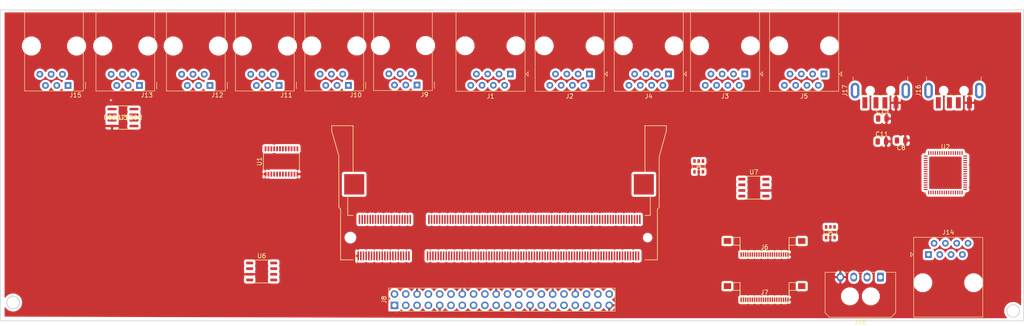
<source format=kicad_pcb>
(kicad_pcb (version 20171130) (host pcbnew "(5.0.1)-3")
  (layers (0 F.Cu power) (31 B.Cu power) (34 B.Paste user) (35 F.Paste user) (36 B.SilkS user) (37 F.SilkS user) (38 B.Mask user) (39 F.Mask user) (44 Edge.Cuts user))
  (net 0 "")
  (net 1 GND)
  (net 2 +3V3)
  (net 3 +5V)
  (net 4 GPIO02)
  (net 5 GPIO03)
  (net 6 GPIO04)
  (net 7 GPIO14)
  (net 8 GPIO15)
  (net 9 GPIO17)
  (net 10 GPIO18)
  (net 11 GPIO27)
  (net 12 GPIO22)
  (net 13 GPIO23)
  (net 14 GPIO24)
  (net 15 GPIO10)
  (net 16 GPIO09)
  (net 17 GPIO25)
  (net 18 GPIO11)
  (net 19 GPIO08)
  (net 20 GPIO07)
  (net 21 GPIO05)
  (net 22 GPIO06)
  (net 23 GPIO12)
  (net 24 GPIO13)
  (net 25 GPIO19)
  (net 26 GPIO16)
  (net 27 GPIO26)
  (net 28 GPIO20)
  (net 29 GPIO21)
  (net 30 "Net-(C7-Pad2)")
  (net 31 VCC_USB_EX1)
  (net 32 USBDP2Out)
  (net 33 USBDM2Out)
  (net 34 USBDM3Out)
  (net 35 USBDP3Out)
  (net 36 VCC_USB_EX2)
  (net 37 USBDP0)
  (net 38 USBDM0)
  (net 39 +1V8)
  (net 40 USBDM2)
  (net 41 USBDP2)
  (net 42 USBDM3)
  (net 43 USBDP3)
  (net 44 VDD33A)
  (net 45 VDD33IO)
  (net 46 PRTCTL2)
  (net 47 VDD18CORE)
  (net 48 PRTCTL3)
  (net 49 CAM0_CN)
  (net 50 CAM0_DP1)
  (net 51 CAM0_DN1)
  (net 52 CAM0_DP0)
  (net 53 CAM0_DN0)
  (net 54 GPIO45)
  (net 55 GPIO44)
  (net 56 GPIO39)
  (net 57 GPIO41)
  (net 58 GPIO42)
  (net 59 GPIO43)
  (net 60 GPIO38)
  (net 61 GPIO37)
  (net 62 GPIO36)
  (net 63 GPIO35)
  (net 64 GPIO31)
  (net 65 GPIO32)
  (net 66 GPIO33)
  (net 67 GPIO34)
  (net 68 GPIO30)
  (net 69 GPIO29)
  (net 70 GPIO28)
  (net 71 CAM1_DN0)
  (net 72 CAM1_DP0)
  (net 73 CAM1_DN1)
  (net 74 CAM1_DP1)
  (net 75 CAM1_CN)
  (net 76 CAM1_CP)
  (net 77 CAM1_DN2)
  (net 78 CAM1_DP2)
  (net 79 CAM1_DN3)
  (net 80 CAM1_DP3)
  (net 81 CAM0_CP)
  (net 82 "Net-(C8-Pad2)")
  (net 83 "Net-(C9-Pad2)")
  (net 84 "Net-(C10-Pad2)")
  (net 85 "Net-(J9-Pad2)")
  (net 86 "Net-(J9-Pad1)")
  (net 87 "Net-(J10-Pad2)")
  (net 88 "Net-(J10-Pad1)")
  (net 89 "Net-(J11-Pad1)")
  (net 90 "Net-(J11-Pad2)")
  (net 91 "Net-(J16-Pad5)")
  (net 92 "Net-(J17-Pad5)")
  (net 93 "Net-(J12-Pad2)")
  (net 94 "Net-(J12-Pad1)")
  (net 95 "Net-(J13-Pad2)")
  (net 96 "Net-(J13-Pad1)")
  (net 97 SX)
  (net 98 SY)
  (net 99 LX)
  (net 100 LY)
  (module Pi_Sodimm:sodimm_pi (layer F.Cu) (at 132.08 81.28 90)
    (fp_text reference MD1)
    (fp_text value Board_RPi_CM3lite_200pConnector)
    (pad 41 smd rect (at -4.1 -16.05 90) (size 2 0.35) (layers F.Cu F.Paste) (net 2 +3V3))
    (pad 1 smd rect (at -4.1 -31.65 90) (size 2 0.35) (layers F.Cu F.Paste) (net 1 GND))
    (pad "" np_thru_hole circle (at 0 33.4 90) (size 1.1 1.1) (drill 1.1) (layers *.Cu))
    (pad "" np_thru_hole circle (at 0 -33.4 90) (size 1.6 1.6) (drill 1.6) (layers *.Cu))
    (pad "" smd rect (at 12 -32.55 90) (size 4.6 4.5) (layers F.Cu F.Paste F.Mask))
    (pad "" smd rect (at 12 32.55 90) (size 4.6 4.5) (layers F.Cu F.Paste F.Mask))
    (pad 2 smd rect (at 4.099999 -31.35 90) (size 2 0.35) (layers F.Cu F.Paste))
    (pad 3 smd rect (at -4.1 -31.05 90) (size 2 0.35) (layers F.Cu F.Paste))
    (pad 4 smd rect (at 4.099999 -30.75 90) (size 2 0.35) (layers F.Cu F.Paste))
    (pad 5 smd rect (at -4.1 -30.45 90) (size 2 0.35) (layers F.Cu F.Paste))
    (pad 6 smd rect (at 4.099999 -30.15 90) (size 2 0.35) (layers F.Cu F.Paste))
    (pad 7 smd rect (at -4.1 -29.85 90) (size 2 0.35) (layers F.Cu F.Paste) (net 1 GND))
    (pad 8 smd rect (at 4.099999 -29.55 90) (size 2 0.35) (layers F.Cu F.Paste) (net 1 GND))
    (pad 9 smd rect (at -4.1 -29.25 90) (size 2 0.35) (layers F.Cu F.Paste) (net 4 GPIO02))
    (pad 10 smd rect (at 4.099999 -28.95 90) (size 2 0.35) (layers F.Cu F.Paste))
    (pad 11 smd rect (at -4.1 -28.65 90) (size 2 0.35) (layers F.Cu F.Paste) (net 5 GPIO03))
    (pad 12 smd rect (at 4.099999 -28.35 90) (size 2 0.35) (layers F.Cu F.Paste))
    (pad 13 smd rect (at -4.1 -28.05 90) (size 2 0.35) (layers F.Cu F.Paste) (net 1 GND))
    (pad 14 smd rect (at 4.099999 -27.75 90) (size 2 0.35) (layers F.Cu F.Paste) (net 1 GND))
    (pad 15 smd rect (at -4.1 -27.45 90) (size 2 0.35) (layers F.Cu F.Paste) (net 6 GPIO04))
    (pad 16 smd rect (at 4.099999 -27.15 90) (size 2 0.35) (layers F.Cu F.Paste))
    (pad 17 smd rect (at -4.1 -26.85 90) (size 2 0.35) (layers F.Cu F.Paste) (net 21 GPIO05))
    (pad 18 smd rect (at 4.099999 -26.55 90) (size 2 0.35) (layers F.Cu F.Paste))
    (pad 19 smd rect (at -4.1 -26.25 90) (size 2 0.35) (layers F.Cu F.Paste) (net 1 GND))
    (pad 20 smd rect (at 4.099999 -25.95 90) (size 2 0.35) (layers F.Cu F.Paste) (net 1 GND))
    (pad 21 smd rect (at -4.1 -25.65 90) (size 2 0.35) (layers F.Cu F.Paste) (net 22 GPIO06))
    (pad 22 smd rect (at 4.099999 -25.35 90) (size 2 0.35) (layers F.Cu F.Paste))
    (pad 23 smd rect (at -4.1 -25.05 90) (size 2 0.35) (layers F.Cu F.Paste) (net 20 GPIO07))
    (pad 24 smd rect (at 4.099999 -24.75 90) (size 2 0.35) (layers F.Cu F.Paste))
    (pad 25 smd rect (at -4.1 -24.45 90) (size 2 0.35) (layers F.Cu F.Paste) (net 1 GND))
    (pad 26 smd rect (at 4.099999 -24.15 90) (size 2 0.35) (layers F.Cu F.Paste) (net 1 GND))
    (pad 27 smd rect (at -4.1 -23.85 90) (size 2 0.35) (layers F.Cu F.Paste) (net 19 GPIO08))
    (pad 28 smd rect (at 4.099999 -23.55 90) (size 2 0.35) (layers F.Cu F.Paste) (net 70 GPIO28))
    (pad 29 smd rect (at -4.1 -23.25 90) (size 2 0.35) (layers F.Cu F.Paste) (net 16 GPIO09))
    (pad 30 smd rect (at 4.099999 -22.95 90) (size 2 0.35) (layers F.Cu F.Paste) (net 69 GPIO29))
    (pad 31 smd rect (at -4.1 -22.65 90) (size 2 0.35) (layers F.Cu F.Paste) (net 1 GND))
    (pad 32 smd rect (at 4.099999 -22.35 90) (size 2 0.35) (layers F.Cu F.Paste) (net 1 GND))
    (pad 33 smd rect (at -4.1 -22.05 90) (size 2 0.35) (layers F.Cu F.Paste) (net 15 GPIO10))
    (pad 34 smd rect (at 4.099999 -21.75 90) (size 2 0.35) (layers F.Cu F.Paste) (net 68 GPIO30))
    (pad 35 smd rect (at -4.1 -21.45 90) (size 2 0.35) (layers F.Cu F.Paste) (net 18 GPIO11))
    (pad 36 smd rect (at 4.099999 -21.15 90) (size 2 0.35) (layers F.Cu F.Paste) (net 64 GPIO31))
    (pad 37 smd rect (at -4.1 -20.85 90) (size 2 0.35) (layers F.Cu F.Paste) (net 1 GND))
    (pad 38 smd rect (at 4.099999 -20.55 90) (size 2 0.35) (layers F.Cu F.Paste) (net 1 GND))
    (pad 39 smd rect (at -4.1 -20.25 90) (size 2 0.35) (layers F.Cu F.Paste) (net 2 +3V3))
    (pad 40 smd rect (at 4.099999 -19.95 90) (size 2 0.35) (layers F.Cu F.Paste) (net 2 +3V3))
    (pad 42 smd rect (at 4.099999 -15.75 90) (size 2 0.35) (layers F.Cu F.Paste) (net 2 +3V3))
    (pad 43 smd rect (at -4.1 -15.45 90) (size 2 0.35) (layers F.Cu F.Paste) (net 1 GND))
    (pad 44 smd rect (at 4.099999 -15.15 90) (size 2 0.35) (layers F.Cu F.Paste) (net 1 GND))
    (pad 45 smd rect (at -4.1 -14.85 90) (size 2 0.35) (layers F.Cu F.Paste) (net 23 GPIO12))
    (pad 46 smd rect (at 4.099999 -14.55 90) (size 2 0.35) (layers F.Cu F.Paste) (net 65 GPIO32))
    (pad 47 smd rect (at -4.1 -14.25 90) (size 2 0.35) (layers F.Cu F.Paste) (net 24 GPIO13))
    (pad 48 smd rect (at 4.099999 -13.95 90) (size 2 0.35) (layers F.Cu F.Paste) (net 66 GPIO33))
    (pad 49 smd rect (at -4.1 -13.65 90) (size 2 0.35) (layers F.Cu F.Paste) (net 1 GND))
    (pad 50 smd rect (at 4.099999 -13.35 90) (size 2 0.35) (layers F.Cu F.Paste) (net 1 GND))
    (pad 51 smd rect (at -4.1 -13.05 90) (size 2 0.35) (layers F.Cu F.Paste) (net 7 GPIO14))
    (pad 52 smd rect (at 4.099999 -12.75 90) (size 2 0.35) (layers F.Cu F.Paste) (net 67 GPIO34))
    (pad 53 smd rect (at -4.1 -12.45 90) (size 2 0.35) (layers F.Cu F.Paste) (net 8 GPIO15))
    (pad 54 smd rect (at 4.099999 -12.15 90) (size 2 0.35) (layers F.Cu F.Paste) (net 63 GPIO35))
    (pad 55 smd rect (at -4.1 -11.85 90) (size 2 0.35) (layers F.Cu F.Paste) (net 1 GND))
    (pad 56 smd rect (at 4.099999 -11.55 90) (size 2 0.35) (layers F.Cu F.Paste) (net 1 GND))
    (pad 57 smd rect (at -4.1 -11.25 90) (size 2 0.35) (layers F.Cu F.Paste) (net 26 GPIO16))
    (pad 58 smd rect (at 4.099999 -10.95 90) (size 2 0.35) (layers F.Cu F.Paste) (net 62 GPIO36))
    (pad 59 smd rect (at -4.1 -10.65 90) (size 2 0.35) (layers F.Cu F.Paste) (net 9 GPIO17))
    (pad 60 smd rect (at 4.099999 -10.35 90) (size 2 0.35) (layers F.Cu F.Paste) (net 61 GPIO37))
    (pad 61 smd rect (at -4.1 -10.05 90) (size 2 0.35) (layers F.Cu F.Paste) (net 1 GND))
    (pad 62 smd rect (at 4.099999 -9.75 90) (size 2 0.35) (layers F.Cu F.Paste) (net 1 GND))
    (pad 63 smd rect (at -4.1 -9.45 90) (size 2 0.35) (layers F.Cu F.Paste) (net 10 GPIO18))
    (pad 64 smd rect (at 4.099999 -9.15 90) (size 2 0.35) (layers F.Cu F.Paste) (net 60 GPIO38))
    (pad 65 smd rect (at -4.1 -8.85 90) (size 2 0.35) (layers F.Cu F.Paste) (net 25 GPIO19))
    (pad 66 smd rect (at 4.099999 -8.55 90) (size 2 0.35) (layers F.Cu F.Paste) (net 56 GPIO39))
    (pad 67 smd rect (at -4.1 -8.25 90) (size 2 0.35) (layers F.Cu F.Paste) (net 1 GND))
    (pad 68 smd rect (at 4.099999 -7.95 90) (size 2 0.35) (layers F.Cu F.Paste) (net 1 GND))
    (pad 69 smd rect (at -4.1 -7.65 90) (size 2 0.35) (layers F.Cu F.Paste) (net 28 GPIO20))
    (pad 70 smd rect (at 4.099999 -7.35 90) (size 2 0.35) (layers F.Cu F.Paste))
    (pad 71 smd rect (at -4.1 -7.05 90) (size 2 0.35) (layers F.Cu F.Paste) (net 29 GPIO21))
    (pad 72 smd rect (at 4.099999 -6.75 90) (size 2 0.35) (layers F.Cu F.Paste) (net 57 GPIO41))
    (pad 73 smd rect (at -4.1 -6.45 90) (size 2 0.35) (layers F.Cu F.Paste) (net 1 GND))
    (pad 74 smd rect (at 4.099999 -6.15 90) (size 2 0.35) (layers F.Cu F.Paste) (net 1 GND))
    (pad 75 smd rect (at -4.1 -5.85 90) (size 2 0.35) (layers F.Cu F.Paste) (net 12 GPIO22))
    (pad 76 smd rect (at 4.099999 -5.55 90) (size 2 0.35) (layers F.Cu F.Paste) (net 58 GPIO42))
    (pad 77 smd rect (at -4.1 -5.25 90) (size 2 0.35) (layers F.Cu F.Paste) (net 13 GPIO23))
    (pad 78 smd rect (at 4.099999 -4.95 90) (size 2 0.35) (layers F.Cu F.Paste) (net 59 GPIO43))
    (pad 79 smd rect (at -4.1 -4.65 90) (size 2 0.35) (layers F.Cu F.Paste) (net 1 GND))
    (pad 80 smd rect (at 4.099999 -4.35 90) (size 2 0.35) (layers F.Cu F.Paste) (net 1 GND))
    (pad 81 smd rect (at -4.1 -4.05 90) (size 2 0.35) (layers F.Cu F.Paste) (net 14 GPIO24))
    (pad 82 smd rect (at 4.099999 -3.75 90) (size 2 0.35) (layers F.Cu F.Paste) (net 55 GPIO44))
    (pad 83 smd rect (at -4.1 -3.45 90) (size 2 0.35) (layers F.Cu F.Paste) (net 17 GPIO25))
    (pad 84 smd rect (at 4.099999 -3.15 90) (size 2 0.35) (layers F.Cu F.Paste) (net 54 GPIO45))
    (pad 85 smd rect (at -4.1 -2.85 90) (size 2 0.35) (layers F.Cu F.Paste) (net 1 GND))
    (pad 86 smd rect (at 4.099999 -2.55 90) (size 2 0.35) (layers F.Cu F.Paste) (net 1 GND))
    (pad 87 smd rect (at -4.1 -2.25 90) (size 2 0.35) (layers F.Cu F.Paste) (net 27 GPIO26))
    (pad 88 smd rect (at 4.099999 -1.95 90) (size 2 0.35) (layers F.Cu F.Paste))
    (pad 89 smd rect (at -4.1 -1.65 90) (size 2 0.35) (layers F.Cu F.Paste) (net 11 GPIO27))
    (pad 90 smd rect (at 4.099999 -1.35 90) (size 2 0.35) (layers F.Cu F.Paste))
    (pad 91 smd rect (at -4.1 -1.05 90) (size 2 0.35) (layers F.Cu F.Paste) (net 1 GND))
    (pad 92 smd rect (at 4.099999 -0.75 90) (size 2 0.35) (layers F.Cu F.Paste) (net 1 GND))
    (pad 93 smd rect (at -4.1 -0.45 90) (size 2 0.35) (layers F.Cu F.Paste))
    (pad 94 smd rect (at 4.099999 -0.15 90) (size 2 0.35) (layers F.Cu F.Paste))
    (pad 95 smd rect (at -4.1 0.15 90) (size 2 0.35) (layers F.Cu F.Paste))
    (pad 96 smd rect (at 4.099999 0.45 90) (size 2 0.35) (layers F.Cu F.Paste))
    (pad 97 smd rect (at -4.1 0.75 90) (size 2 0.35) (layers F.Cu F.Paste) (net 1 GND))
    (pad 98 smd rect (at 4.099999 1.05 90) (size 2 0.35) (layers F.Cu F.Paste) (net 1 GND))
    (pad 99 smd rect (at -4.1 1.35 90) (size 2 0.35) (layers F.Cu F.Paste))
    (pad 100 smd rect (at 4.099999 1.65 90) (size 2 0.35) (layers F.Cu F.Paste))
    (pad 101 smd rect (at -4.1 1.95 90) (size 2 0.35) (layers F.Cu F.Paste))
    (pad 102 smd rect (at 4.099999 2.25 90) (size 2 0.35) (layers F.Cu F.Paste))
    (pad 103 smd rect (at -4.1 2.55 90) (size 2 0.35) (layers F.Cu F.Paste) (net 1 GND))
    (pad 104 smd rect (at 4.099999 2.85 90) (size 2 0.35) (layers F.Cu F.Paste) (net 1 GND))
    (pad 105 smd rect (at -4.1 3.15 90) (size 2 0.35) (layers F.Cu F.Paste))
    (pad 106 smd rect (at 4.099999 3.45 90) (size 2 0.35) (layers F.Cu F.Paste))
    (pad 107 smd rect (at -4.1 3.75 90) (size 2 0.35) (layers F.Cu F.Paste))
    (pad 108 smd rect (at 4.099999 4.05 90) (size 2 0.35) (layers F.Cu F.Paste))
    (pad 109 smd rect (at -4.1 4.35 90) (size 2 0.35) (layers F.Cu F.Paste) (net 1 GND))
    (pad 110 smd rect (at 4.099999 4.65 90) (size 2 0.35) (layers F.Cu F.Paste) (net 1 GND))
    (pad 111 smd rect (at -4.1 4.95 90) (size 2 0.35) (layers F.Cu F.Paste))
    (pad 112 smd rect (at 4.099999 5.25 90) (size 2 0.35) (layers F.Cu F.Paste))
    (pad 113 smd rect (at -4.1 5.55 90) (size 2 0.35) (layers F.Cu F.Paste))
    (pad 114 smd rect (at 4.099999 5.85 90) (size 2 0.35) (layers F.Cu F.Paste))
    (pad 115 smd rect (at -4.1 6.15 90) (size 2 0.35) (layers F.Cu F.Paste) (net 1 GND))
    (pad 116 smd rect (at 4.099999 6.45 90) (size 2 0.35) (layers F.Cu F.Paste) (net 1 GND))
    (pad 117 smd rect (at -4.1 6.75 90) (size 2 0.35) (layers F.Cu F.Paste))
    (pad 118 smd rect (at 4.099999 7.05 90) (size 2 0.35) (layers F.Cu F.Paste))
    (pad 119 smd rect (at -4.1 7.35 90) (size 2 0.35) (layers F.Cu F.Paste))
    (pad 120 smd rect (at 4.099999 7.65 90) (size 2 0.35) (layers F.Cu F.Paste))
    (pad 121 smd rect (at -4.1 7.95 90) (size 2 0.35) (layers F.Cu F.Paste) (net 1 GND))
    (pad 122 smd rect (at 4.099999 8.25 90) (size 2 0.35) (layers F.Cu F.Paste) (net 1 GND))
    (pad 123 smd rect (at -4.1 8.55 90) (size 2 0.35) (layers F.Cu F.Paste))
    (pad 124 smd rect (at 4.099999 8.85 90) (size 2 0.35) (layers F.Cu F.Paste))
    (pad 125 smd rect (at -4.1 9.15 90) (size 2 0.35) (layers F.Cu F.Paste))
    (pad 126 smd rect (at 4.099999 9.45 90) (size 2 0.35) (layers F.Cu F.Paste))
    (pad 127 smd rect (at -4.1 9.75 90) (size 2 0.35) (layers F.Cu F.Paste) (net 1 GND))
    (pad 128 smd rect (at 4.099999 10.05 90) (size 2 0.35) (layers F.Cu F.Paste))
    (pad 129 smd rect (at -4.1 10.35 90) (size 2 0.35) (layers F.Cu F.Paste))
    (pad 130 smd rect (at 4.099999 10.65 90) (size 2 0.35) (layers F.Cu F.Paste))
    (pad 131 smd rect (at -4.1 10.95 90) (size 2 0.35) (layers F.Cu F.Paste))
    (pad 132 smd rect (at 4.099999 11.25 90) (size 2 0.35) (layers F.Cu F.Paste))
    (pad 133 smd rect (at -4.1 11.55 90) (size 2 0.35) (layers F.Cu F.Paste) (net 1 GND))
    (pad 134 smd rect (at 4.099999 11.85 90) (size 2 0.35) (layers F.Cu F.Paste) (net 1 GND))
    (pad 135 smd rect (at -4.1 12.15 90) (size 2 0.35) (layers F.Cu F.Paste) (net 80 CAM1_DP3))
    (pad 136 smd rect (at 4.099999 12.45 90) (size 2 0.35) (layers F.Cu F.Paste) (net 52 CAM0_DP0))
    (pad 137 smd rect (at -4.1 12.75 90) (size 2 0.35) (layers F.Cu F.Paste) (net 79 CAM1_DN3))
    (pad 138 smd rect (at 4.099999 13.05 90) (size 2 0.35) (layers F.Cu F.Paste) (net 53 CAM0_DN0))
    (pad 139 smd rect (at -4.1 13.35 90) (size 2 0.35) (layers F.Cu F.Paste) (net 1 GND))
    (pad 140 smd rect (at 4.099999 13.65 90) (size 2 0.35) (layers F.Cu F.Paste) (net 1 GND))
    (pad 141 smd rect (at -4.1 13.95 90) (size 2 0.35) (layers F.Cu F.Paste) (net 78 CAM1_DP2))
    (pad 142 smd rect (at 4.099999 14.25 90) (size 2 0.35) (layers F.Cu F.Paste) (net 81 CAM0_CP))
    (pad 143 smd rect (at -4.1 14.55 90) (size 2 0.35) (layers F.Cu F.Paste) (net 77 CAM1_DN2))
    (pad 144 smd rect (at 4.099999 14.85 90) (size 2 0.35) (layers F.Cu F.Paste) (net 49 CAM0_CN))
    (pad 145 smd rect (at -4.1 15.15 90) (size 2 0.35) (layers F.Cu F.Paste) (net 1 GND))
    (pad 146 smd rect (at 4.099999 15.45 90) (size 2 0.35) (layers F.Cu F.Paste) (net 1 GND))
    (pad 147 smd rect (at -4.1 15.75 90) (size 2 0.35) (layers F.Cu F.Paste) (net 76 CAM1_CP))
    (pad 148 smd rect (at 4.099999 16.05 90) (size 2 0.35) (layers F.Cu F.Paste) (net 50 CAM0_DP1))
    (pad 149 smd rect (at -4.1 16.35 90) (size 2 0.35) (layers F.Cu F.Paste) (net 75 CAM1_CN))
    (pad 150 smd rect (at 4.099999 16.65 90) (size 2 0.35) (layers F.Cu F.Paste) (net 51 CAM0_DN1))
    (pad 151 smd rect (at -4.1 16.95 90) (size 2 0.35) (layers F.Cu F.Paste) (net 1 GND))
    (pad 152 smd rect (at 4.099999 17.25 90) (size 2 0.35) (layers F.Cu F.Paste) (net 1 GND))
    (pad 153 smd rect (at -4.1 17.55 90) (size 2 0.35) (layers F.Cu F.Paste) (net 74 CAM1_DP1))
    (pad 154 smd rect (at 4.099999 17.85 90) (size 2 0.35) (layers F.Cu F.Paste))
    (pad 155 smd rect (at -4.1 18.15 90) (size 2 0.35) (layers F.Cu F.Paste) (net 73 CAM1_DN1))
    (pad 156 smd rect (at 4.099999 18.45 90) (size 2 0.35) (layers F.Cu F.Paste))
    (pad 157 smd rect (at -4.1 18.75 90) (size 2 0.35) (layers F.Cu F.Paste) (net 1 GND))
    (pad 158 smd rect (at 4.099999 19.05 90) (size 2 0.35) (layers F.Cu F.Paste))
    (pad 159 smd rect (at -4.1 19.35 90) (size 2 0.35) (layers F.Cu F.Paste) (net 72 CAM1_DP0))
    (pad 160 smd rect (at 4.099999 19.65 90) (size 2 0.35) (layers F.Cu F.Paste))
    (pad 161 smd rect (at -4.1 19.95 90) (size 2 0.35) (layers F.Cu F.Paste) (net 71 CAM1_DN0))
    (pad 162 smd rect (at 4.099999 20.25 90) (size 2 0.35) (layers F.Cu F.Paste))
    (pad 163 smd rect (at -4.1 20.55 90) (size 2 0.35) (layers F.Cu F.Paste) (net 1 GND))
    (pad 164 smd rect (at 4.099999 20.85 90) (size 2 0.35) (layers F.Cu F.Paste) (net 1 GND))
    (pad 165 smd rect (at -4.1 21.15 90) (size 2 0.35) (layers F.Cu F.Paste) (net 37 USBDP0))
    (pad 166 smd rect (at 4.099999 21.45 90) (size 2 0.35) (layers F.Cu F.Paste))
    (pad 167 smd rect (at -4.1 21.75 90) (size 2 0.35) (layers F.Cu F.Paste) (net 38 USBDM0))
    (pad 168 smd rect (at 4.099999 22.05 90) (size 2 0.35) (layers F.Cu F.Paste))
    (pad 169 smd rect (at -4.1 22.35 90) (size 2 0.35) (layers F.Cu F.Paste) (net 1 GND))
    (pad 170 smd rect (at 4.099999 22.65 90) (size 2 0.35) (layers F.Cu F.Paste) (net 1 GND))
    (pad 171 smd rect (at -4.1 22.95 90) (size 2 0.35) (layers F.Cu F.Paste))
    (pad 172 smd rect (at 4.099999 23.25 90) (size 2 0.35) (layers F.Cu F.Paste))
    (pad 173 smd rect (at -4.1 23.55 90) (size 2 0.35) (layers F.Cu F.Paste))
    (pad 174 smd rect (at 4.099999 23.85 90) (size 2 0.35) (layers F.Cu F.Paste))
    (pad 175 smd rect (at -4.1 24.15 90) (size 2 0.35) (layers F.Cu F.Paste))
    (pad 176 smd rect (at 4.099999 24.45 90) (size 2 0.35) (layers F.Cu F.Paste))
    (pad 177 smd rect (at -4.1 24.75 90) (size 2 0.35) (layers F.Cu F.Paste))
    (pad 178 smd rect (at 4.099999 25.05 90) (size 2 0.35) (layers F.Cu F.Paste))
    (pad 179 smd rect (at -4.1 25.35 90) (size 2 0.35) (layers F.Cu F.Paste))
    (pad 180 smd rect (at 4.099999 25.65 90) (size 2 0.35) (layers F.Cu F.Paste))
    (pad 181 smd rect (at -4.1 25.95 90) (size 2 0.35) (layers F.Cu F.Paste) (net 1 GND))
    (pad 182 smd rect (at 4.099999 26.25 90) (size 2 0.35) (layers F.Cu F.Paste) (net 1 GND))
    (pad 183 smd rect (at -4.1 26.55 90) (size 2 0.35) (layers F.Cu F.Paste) (net 39 +1V8))
    (pad 184 smd rect (at 4.099999 26.85 90) (size 2 0.35) (layers F.Cu F.Paste) (net 39 +1V8))
    (pad 185 smd rect (at -4.1 27.15 90) (size 2 0.35) (layers F.Cu F.Paste) (net 39 +1V8))
    (pad 186 smd rect (at 4.099999 27.45 90) (size 2 0.35) (layers F.Cu F.Paste) (net 39 +1V8))
    (pad 187 smd rect (at -4.1 27.75 90) (size 2 0.35) (layers F.Cu F.Paste) (net 1 GND))
    (pad 188 smd rect (at 4.099999 28.05 90) (size 2 0.35) (layers F.Cu F.Paste) (net 1 GND))
    (pad 189 smd rect (at -4.1 28.35 90) (size 2 0.35) (layers F.Cu F.Paste) (net 2 +3V3))
    (pad 190 smd rect (at 4.099999 28.65 90) (size 2 0.35) (layers F.Cu F.Paste) (net 2 +3V3))
    (pad 191 smd rect (at -4.1 28.95 90) (size 2 0.35) (layers F.Cu F.Paste) (net 2 +3V3))
    (pad 192 smd rect (at 4.099999 29.25 90) (size 2 0.35) (layers F.Cu F.Paste) (net 2 +3V3))
    (pad 193 smd rect (at -4.1 29.55 90) (size 2 0.35) (layers F.Cu F.Paste) (net 2 +3V3))
    (pad 194 smd rect (at 4.099999 29.85 90) (size 2 0.35) (layers F.Cu F.Paste) (net 2 +3V3))
    (pad 195 smd rect (at -4.1 30.15 90) (size 2 0.35) (layers F.Cu F.Paste) (net 1 GND))
    (pad 196 smd rect (at 4.099999 30.45 90) (size 2 0.35) (layers F.Cu F.Paste) (net 1 GND))
    (pad 197 smd rect (at -4.1 30.75 90) (size 2 0.35) (layers F.Cu F.Paste) (net 3 +5V))
    (pad 198 smd rect (at 4.099999 31.05 90) (size 2 0.35) (layers F.Cu F.Paste) (net 3 +5V))
    (pad 199 smd rect (at -4.1 31.35 90) (size 2 0.35) (layers F.Cu F.Paste) (net 3 +5V))
    (pad 200 smd rect (at 4.099999 31.65 90) (size 2 0.35) (layers F.Cu F.Paste) (net 3 +5V))
  )
  (module Connector_RJ:RJ45_Amphenol_54602-x08_Horizontal (layer F.Cu) (at 152.4 44.45 180)
    (fp_text reference J2 (at 4.445 -5 180) (layer F.SilkS))
    (fp_text value RJ45)
    (pad "" np_thru_hole circle (at 10.16 6.35 180) (size 3.2 3.2) (drill 3.2) (layers *.Cu *.Mask))
    (pad "" np_thru_hole circle (at -1.27 6.35 180) (size 3.2 3.2) (drill 3.2) (layers *.Cu *.Mask))
    (pad 1 thru_hole rect (at 0 0 180) (size 1.5 1.5) (drill 0.76) (layers *.Cu *.Mask))
    (pad 2 thru_hole circle (at 1.27 -2.54 180) (size 1.5 1.5) (drill 0.76) (layers *.Cu *.Mask) (net 67 GPIO34))
    (pad 3 thru_hole circle (at 2.54 0 180) (size 1.5 1.5) (drill 0.76) (layers *.Cu *.Mask))
    (pad 4 thru_hole circle (at 3.81 -2.54 180) (size 1.5 1.5) (drill 0.76) (layers *.Cu *.Mask) (net 66 GPIO33))
    (pad 5 thru_hole circle (at 5.08 0 180) (size 1.5 1.5) (drill 0.76) (layers *.Cu *.Mask))
    (pad 6 thru_hole circle (at 6.35 -2.54 180) (size 1.5 1.5) (drill 0.76) (layers *.Cu *.Mask) (net 65 GPIO32))
    (pad 7 thru_hole circle (at 7.62 0 180) (size 1.5 1.5) (drill 0.76) (layers *.Cu *.Mask))
    (pad 8 thru_hole circle (at 8.89 -2.54 180) (size 1.5 1.5) (drill 0.76) (layers *.Cu *.Mask) (net 64 GPIO31))
  )
  (module Connector_RJ:RJ45_Amphenol_54602-x08_Horizontal (layer F.Cu) (at 187.325 44.45 180)
    (fp_text reference J3 (at 4.445 -5 180) (layer F.SilkS))
    (fp_text value RJ45)
    (pad 8 thru_hole circle (at 8.89 -2.54 180) (size 1.5 1.5) (drill 0.76) (layers *.Cu *.Mask) (net 63 GPIO35))
    (pad 7 thru_hole circle (at 7.62 0 180) (size 1.5 1.5) (drill 0.76) (layers *.Cu *.Mask))
    (pad 6 thru_hole circle (at 6.35 -2.54 180) (size 1.5 1.5) (drill 0.76) (layers *.Cu *.Mask) (net 62 GPIO36))
    (pad 5 thru_hole circle (at 5.08 0 180) (size 1.5 1.5) (drill 0.76) (layers *.Cu *.Mask))
    (pad 4 thru_hole circle (at 3.81 -2.54 180) (size 1.5 1.5) (drill 0.76) (layers *.Cu *.Mask) (net 61 GPIO37))
    (pad 3 thru_hole circle (at 2.54 0 180) (size 1.5 1.5) (drill 0.76) (layers *.Cu *.Mask))
    (pad 2 thru_hole circle (at 1.27 -2.54 180) (size 1.5 1.5) (drill 0.76) (layers *.Cu *.Mask) (net 60 GPIO38))
    (pad 1 thru_hole rect (at 0 0 180) (size 1.5 1.5) (drill 0.76) (layers *.Cu *.Mask))
    (pad "" np_thru_hole circle (at -1.27 6.35 180) (size 3.2 3.2) (drill 3.2) (layers *.Cu *.Mask))
    (pad "" np_thru_hole circle (at 10.16 6.35 180) (size 3.2 3.2) (drill 3.2) (layers *.Cu *.Mask))
  )
  (module Connector_RJ:RJ45_Amphenol_54602-x08_Horizontal (layer F.Cu) (at 170.18 44.45 180)
    (fp_text reference J4 (at 4.445 -5 180) (layer F.SilkS))
    (fp_text value RJ45)
    (pad "" np_thru_hole circle (at 10.16 6.35 180) (size 3.2 3.2) (drill 3.2) (layers *.Cu *.Mask))
    (pad "" np_thru_hole circle (at -1.27 6.35 180) (size 3.2 3.2) (drill 3.2) (layers *.Cu *.Mask))
    (pad 1 thru_hole rect (at 0 0 180) (size 1.5 1.5) (drill 0.76) (layers *.Cu *.Mask))
    (pad 2 thru_hole circle (at 1.27 -2.54 180) (size 1.5 1.5) (drill 0.76) (layers *.Cu *.Mask) (net 59 GPIO43))
    (pad 3 thru_hole circle (at 2.54 0 180) (size 1.5 1.5) (drill 0.76) (layers *.Cu *.Mask))
    (pad 4 thru_hole circle (at 3.81 -2.54 180) (size 1.5 1.5) (drill 0.76) (layers *.Cu *.Mask) (net 58 GPIO42))
    (pad 5 thru_hole circle (at 5.08 0 180) (size 1.5 1.5) (drill 0.76) (layers *.Cu *.Mask))
    (pad 6 thru_hole circle (at 6.35 -2.54 180) (size 1.5 1.5) (drill 0.76) (layers *.Cu *.Mask) (net 57 GPIO41))
    (pad 7 thru_hole circle (at 7.62 0 180) (size 1.5 1.5) (drill 0.76) (layers *.Cu *.Mask))
    (pad 8 thru_hole circle (at 8.89 -2.54 180) (size 1.5 1.5) (drill 0.76) (layers *.Cu *.Mask) (net 56 GPIO39))
  )
  (module Connector_RJ:RJ45_Amphenol_54602-x08_Horizontal (layer F.Cu) (at 205.105 44.45 180)
    (fp_text reference J5 (at 4.445 -5 180) (layer F.SilkS))
    (fp_text value RJ45)
    (pad 8 thru_hole circle (at 8.89 -2.54 180) (size 1.5 1.5) (drill 0.76) (layers *.Cu *.Mask) (net 55 GPIO44))
    (pad 7 thru_hole circle (at 7.62 0 180) (size 1.5 1.5) (drill 0.76) (layers *.Cu *.Mask))
    (pad 6 thru_hole circle (at 6.35 -2.54 180) (size 1.5 1.5) (drill 0.76) (layers *.Cu *.Mask) (net 54 GPIO45))
    (pad 5 thru_hole circle (at 5.08 0 180) (size 1.5 1.5) (drill 0.76) (layers *.Cu *.Mask))
    (pad 4 thru_hole circle (at 3.81 -2.54 180) (size 1.5 1.5) (drill 0.76) (layers *.Cu *.Mask))
    (pad 3 thru_hole circle (at 2.54 0 180) (size 1.5 1.5) (drill 0.76) (layers *.Cu *.Mask))
    (pad 2 thru_hole circle (at 1.27 -2.54 180) (size 1.5 1.5) (drill 0.76) (layers *.Cu *.Mask))
    (pad 1 thru_hole rect (at 0 0 180) (size 1.5 1.5) (drill 0.76) (layers *.Cu *.Mask))
    (pad "" np_thru_hole circle (at -1.27 6.35 180) (size 3.2 3.2) (drill 3.2) (layers *.Cu *.Mask))
    (pad "" np_thru_hole circle (at 10.16 6.35 180) (size 3.2 3.2) (drill 3.2) (layers *.Cu *.Mask))
  )
  (module gsg-modules:SOT457 (layer F.Cu) (at 206.5528 80.0608)
    (fp_text reference U4 (at 0 0) (layer F.SilkS) (effects (font (size 0.508 0.508) (thickness 0.127))))
    (fp_text value IP4234CZ6 hide)
    (pad 6 smd rect (at -0.95 -1.2) (size 0.55 0.8) (layers F.Cu F.Paste F.Mask) (net 40 USBDM2))
    (pad 5 smd rect (at 0 -1.2) (size 0.55 0.8) (layers F.Cu F.Paste F.Mask))
    (pad 4 smd rect (at 0.95 -1.2) (size 0.55 0.8) (layers F.Cu F.Paste F.Mask) (net 33 USBDM2Out))
    (pad 3 smd rect (at 0.95 1.2) (size 0.55 0.8) (layers F.Cu F.Paste F.Mask) (net 32 USBDP2Out))
    (pad 2 smd rect (at 0 1.2) (size 0.55 0.8) (layers F.Cu F.Paste F.Mask) (net 1 GND))
    (pad 1 smd rect (at -0.95 1.2) (size 0.55 0.8) (layers F.Cu F.Paste F.Mask) (net 41 USBDP2))
  )
  (module gsg-modules:SOT457 (layer F.Cu) (at 176.9618 65.2526)
    (fp_text reference U5 (at 0 0) (layer F.SilkS) (effects (font (size 0.508 0.508) (thickness 0.127))))
    (fp_text value IP4234CZ6 hide)
    (pad 1 smd rect (at -0.95 1.2) (size 0.55 0.8) (layers F.Cu F.Paste F.Mask) (net 43 USBDP3))
    (pad 2 smd rect (at 0 1.2) (size 0.55 0.8) (layers F.Cu F.Paste F.Mask) (net 1 GND))
    (pad 3 smd rect (at 0.95 1.2) (size 0.55 0.8) (layers F.Cu F.Paste F.Mask) (net 35 USBDP3Out))
    (pad 4 smd rect (at 0.95 -1.2) (size 0.55 0.8) (layers F.Cu F.Paste F.Mask) (net 34 USBDM3Out))
    (pad 5 smd rect (at 0 -1.2) (size 0.55 0.8) (layers F.Cu F.Paste F.Mask))
    (pad 6 smd rect (at -0.95 -1.2) (size 0.55 0.8) (layers F.Cu F.Paste F.Mask) (net 42 USBDM3))
  )
  (module Package_SO:SOIC-8_3.9x4.9mm_P1.27mm (layer F.Cu) (at 78.74 88.9)
    (fp_text reference U6 (at 0 -3.5) (layer F.SilkS))
    (fp_text value PAM2306AYPKE)
    (pad 1 smd rect (at -2.7 -1.905) (size 1.55 0.6) (layers F.Cu F.Paste F.Mask) (net 3 +5V))
    (pad 2 smd rect (at -2.7 -0.635) (size 1.55 0.6) (layers F.Cu F.Paste F.Mask))
    (pad 3 smd rect (at -2.7 0.635) (size 1.55 0.6) (layers F.Cu F.Paste F.Mask) (net 1 GND))
    (pad 4 smd rect (at -2.7 1.905) (size 1.55 0.6) (layers F.Cu F.Paste F.Mask))
    (pad 5 smd rect (at 2.7 1.905) (size 1.55 0.6) (layers F.Cu F.Paste F.Mask))
    (pad 6 smd rect (at 2.7 0.635) (size 1.55 0.6) (layers F.Cu F.Paste F.Mask) (net 3 +5V))
    (pad 7 smd rect (at 2.7 -0.635) (size 1.55 0.6) (layers F.Cu F.Paste F.Mask) (net 3 +5V))
    (pad 8 smd rect (at 2.7 -1.905) (size 1.55 0.6) (layers F.Cu F.Paste F.Mask))
  )
  (module Capacitor_SMD:C_0805_2012Metric (layer F.Cu) (at 222.4532 59.4106 180)
    (fp_text reference C8 (at 0 -1.65 180) (layer F.SilkS))
    (fp_text value 15pf)
    (pad 2 smd roundrect (at 0.9375 0 180) (size 0.975 1.4) (layers F.Cu F.Paste F.Mask) (net 82 "Net-(C8-Pad2)"))
    (pad 1 smd roundrect (at -0.9375 0 180) (size 0.975 1.4) (layers F.Cu F.Paste F.Mask) (net 1 GND))
  )
  (module Capacitor_SMD:C_0805_2012Metric (layer F.Cu) (at 218.1352 59.6392)
    (fp_text reference C11 (at 0 -1.65) (layer F.SilkS))
    (fp_text value CAP100n)
    (pad 1 smd roundrect (at -0.9375 0) (size 0.975 1.4) (layers F.Cu F.Paste F.Mask) (net 44 VDD33A))
    (pad 2 smd roundrect (at 0.9375 0) (size 0.975 1.4) (layers F.Cu F.Paste F.Mask) (net 1 GND))
  )
  (module Capacitor_SMD:C_0805_2012Metric (layer F.Cu) (at 218.2368 54.483)
    (fp_text reference C15 (at 0 -1.65) (layer F.SilkS))
    (fp_text value CAP100n)
    (pad 1 smd roundrect (at -0.9375 0) (size 0.975 1.4) (layers F.Cu F.Paste F.Mask) (net 44 VDD33A))
    (pad 2 smd roundrect (at 0.9375 0) (size 0.975 1.4) (layers F.Cu F.Paste F.Mask) (net 1 GND))
  )
  (module Connector_RJ:RJ45_Amphenol_54602-x08_Horizontal (layer F.Cu) (at 134.62 44.45 180)
    (fp_text reference J1 (at 4.445 -5 180) (layer F.SilkS))
    (fp_text value RJ45)
    (pad "" np_thru_hole circle (at 10.16 6.35 180) (size 3.2 3.2) (drill 3.2) (layers *.Cu *.Mask))
    (pad "" np_thru_hole circle (at -1.27 6.35 180) (size 3.2 3.2) (drill 3.2) (layers *.Cu *.Mask))
    (pad 1 thru_hole rect (at 0 0 180) (size 1.5 1.5) (drill 0.76) (layers *.Cu *.Mask))
    (pad 2 thru_hole circle (at 1.27 -2.54 180) (size 1.5 1.5) (drill 0.76) (layers *.Cu *.Mask) (net 68 GPIO30))
    (pad 3 thru_hole circle (at 2.54 0 180) (size 1.5 1.5) (drill 0.76) (layers *.Cu *.Mask))
    (pad 4 thru_hole circle (at 3.81 -2.54 180) (size 1.5 1.5) (drill 0.76) (layers *.Cu *.Mask) (net 69 GPIO29))
    (pad 5 thru_hole circle (at 5.08 0 180) (size 1.5 1.5) (drill 0.76) (layers *.Cu *.Mask))
    (pad 6 thru_hole circle (at 6.35 -2.54 180) (size 1.5 1.5) (drill 0.76) (layers *.Cu *.Mask) (net 70 GPIO28))
    (pad 7 thru_hole circle (at 7.62 0 180) (size 1.5 1.5) (drill 0.76) (layers *.Cu *.Mask))
    (pad 8 thru_hole circle (at 8.89 -2.54 180) (size 1.5 1.5) (drill 0.76) (layers *.Cu *.Mask) (net 11 GPIO27))
  )
  (module cam:FPC_22 (layer F.Cu) (at 191.77 85.09 180)
    (fp_text reference J6 (at 0 1.65 180) (layer F.SilkS))
    (fp_text value CAM0)
    (pad 1 smd rect (at -5.25 0 180) (size 0.3 1) (layers F.Cu F.Paste F.Mask) (net 1 GND))
    (pad 2 smd rect (at -4.75 0 180) (size 0.3 1) (layers F.Cu F.Paste F.Mask) (net 53 CAM0_DN0))
    (pad 3 smd rect (at -4.25 0 180) (size 0.3 1) (layers F.Cu F.Paste F.Mask) (net 52 CAM0_DP0))
    (pad 4 smd rect (at -3.75 0 180) (size 0.3 1) (layers F.Cu F.Paste F.Mask) (net 1 GND))
    (pad 5 smd rect (at -3.25 0 180) (size 0.3 1) (layers F.Cu F.Paste F.Mask) (net 51 CAM0_DN1))
    (pad 6 smd rect (at -2.75 0 180) (size 0.3 1) (layers F.Cu F.Paste F.Mask) (net 50 CAM0_DP1))
    (pad 7 smd rect (at -2.25 0 180) (size 0.3 1) (layers F.Cu F.Paste F.Mask) (net 1 GND))
    (pad 8 smd rect (at -1.75 0 180) (size 0.3 1) (layers F.Cu F.Paste F.Mask) (net 49 CAM0_CN))
    (pad 9 smd rect (at -1.25 0 180) (size 0.3 1) (layers F.Cu F.Paste F.Mask) (net 81 CAM0_CP))
    (pad 10 smd rect (at -0.75 0 180) (size 0.3 1) (layers F.Cu F.Paste F.Mask) (net 1 GND))
    (pad 11 smd rect (at -0.25 0 180) (size 0.3 1) (layers F.Cu F.Paste F.Mask))
    (pad 12 smd rect (at 0.25 0 180) (size 0.3 1) (layers F.Cu F.Paste F.Mask))
    (pad 13 smd rect (at 0.75 0 180) (size 0.3 1) (layers F.Cu F.Paste F.Mask) (net 1 GND))
    (pad 14 smd rect (at 1.25 0 180) (size 0.3 1) (layers F.Cu F.Paste F.Mask))
    (pad 15 smd rect (at 1.75 0 180) (size 0.3 1) (layers F.Cu F.Paste F.Mask))
    (pad 16 smd rect (at 2.25 0 180) (size 0.3 1) (layers F.Cu F.Paste F.Mask) (net 1 GND))
    (pad 17 smd rect (at 2.75 0 180) (size 0.3 1) (layers F.Cu F.Paste F.Mask))
    (pad 18 smd rect (at 3.25 0 180) (size 0.3 1) (layers F.Cu F.Paste F.Mask))
    (pad 19 smd rect (at 3.75 0 180) (size 0.3 1) (layers F.Cu F.Paste F.Mask) (net 1 GND))
    (pad 20 smd rect (at 4.25 0 180) (size 0.3 1) (layers F.Cu F.Paste F.Mask))
    (pad 21 smd rect (at 4.75 0 180) (size 0.3 1) (layers F.Cu F.Paste F.Mask))
    (pad 22 smd rect (at 5.25 0 180) (size 0.3 1) (layers F.Cu F.Paste F.Mask) (net 2 +3V3))
    (pad 0 smd rect (at -8.35 3.05 180) (size 1.65 1.3) (layers F.Cu F.Paste F.Mask))
    (pad 0 smd rect (at 8.35 3.05 180) (size 1.65 1.3) (layers F.Cu F.Paste F.Mask))
  )
  (module cam:FPC_22 (layer F.Cu) (at 191.77 95.25 180)
    (fp_text reference J7 (at 0 1.65 180) (layer F.SilkS))
    (fp_text value CAM1)
    (pad 0 smd rect (at 8.35 3.05 180) (size 1.65 1.3) (layers F.Cu F.Paste F.Mask))
    (pad 0 smd rect (at -8.35 3.05 180) (size 1.65 1.3) (layers F.Cu F.Paste F.Mask))
    (pad 22 smd rect (at 5.25 0 180) (size 0.3 1) (layers F.Cu F.Paste F.Mask) (net 2 +3V3))
    (pad 21 smd rect (at 4.75 0 180) (size 0.3 1) (layers F.Cu F.Paste F.Mask))
    (pad 20 smd rect (at 4.25 0 180) (size 0.3 1) (layers F.Cu F.Paste F.Mask))
    (pad 19 smd rect (at 3.75 0 180) (size 0.3 1) (layers F.Cu F.Paste F.Mask) (net 1 GND))
    (pad 18 smd rect (at 3.25 0 180) (size 0.3 1) (layers F.Cu F.Paste F.Mask))
    (pad 17 smd rect (at 2.75 0 180) (size 0.3 1) (layers F.Cu F.Paste F.Mask))
    (pad 16 smd rect (at 2.25 0 180) (size 0.3 1) (layers F.Cu F.Paste F.Mask) (net 1 GND))
    (pad 15 smd rect (at 1.75 0 180) (size 0.3 1) (layers F.Cu F.Paste F.Mask) (net 80 CAM1_DP3))
    (pad 14 smd rect (at 1.25 0 180) (size 0.3 1) (layers F.Cu F.Paste F.Mask) (net 79 CAM1_DN3))
    (pad 13 smd rect (at 0.75 0 180) (size 0.3 1) (layers F.Cu F.Paste F.Mask) (net 1 GND))
    (pad 12 smd rect (at 0.25 0 180) (size 0.3 1) (layers F.Cu F.Paste F.Mask) (net 78 CAM1_DP2))
    (pad 11 smd rect (at -0.25 0 180) (size 0.3 1) (layers F.Cu F.Paste F.Mask) (net 77 CAM1_DN2))
    (pad 10 smd rect (at -0.75 0 180) (size 0.3 1) (layers F.Cu F.Paste F.Mask) (net 1 GND))
    (pad 9 smd rect (at -1.25 0 180) (size 0.3 1) (layers F.Cu F.Paste F.Mask) (net 76 CAM1_CP))
    (pad 8 smd rect (at -1.75 0 180) (size 0.3 1) (layers F.Cu F.Paste F.Mask) (net 75 CAM1_CN))
    (pad 7 smd rect (at -2.25 0 180) (size 0.3 1) (layers F.Cu F.Paste F.Mask) (net 1 GND))
    (pad 6 smd rect (at -2.75 0 180) (size 0.3 1) (layers F.Cu F.Paste F.Mask) (net 74 CAM1_DP1))
    (pad 5 smd rect (at -3.25 0 180) (size 0.3 1) (layers F.Cu F.Paste F.Mask) (net 73 CAM1_DN1))
    (pad 4 smd rect (at -3.75 0 180) (size 0.3 1) (layers F.Cu F.Paste F.Mask) (net 1 GND))
    (pad 3 smd rect (at -4.25 0 180) (size 0.3 1) (layers F.Cu F.Paste F.Mask) (net 72 CAM1_DP0))
    (pad 2 smd rect (at -4.75 0 180) (size 0.3 1) (layers F.Cu F.Paste F.Mask) (net 71 CAM1_DN0))
    (pad 1 smd rect (at -5.25 0 180) (size 0.3 1) (layers F.Cu F.Paste F.Mask) (net 1 GND))
  )
  (module Connector_PinHeader_2.54mm:PinHeader_2x20_P2.54mm_Vertical (layer F.Cu) (at 108.585 96.52 90)
    (fp_text reference J8 (at 1.27 -2.33 90) (layer F.SilkS))
    (fp_text value "Pi Std header")
    (pad 1 thru_hole rect (at 0 0 90) (size 1.7 1.7) (drill 1) (layers *.Cu *.Mask) (net 2 +3V3))
    (pad 2 thru_hole oval (at 2.54 0 90) (size 1.7 1.7) (drill 1) (layers *.Cu *.Mask) (net 3 +5V))
    (pad 3 thru_hole oval (at 0 2.54 90) (size 1.7 1.7) (drill 1) (layers *.Cu *.Mask) (net 4 GPIO02))
    (pad 4 thru_hole oval (at 2.54 2.54 90) (size 1.7 1.7) (drill 1) (layers *.Cu *.Mask) (net 3 +5V))
    (pad 5 thru_hole oval (at 0 5.08 90) (size 1.7 1.7) (drill 1) (layers *.Cu *.Mask) (net 5 GPIO03))
    (pad 6 thru_hole oval (at 2.54 5.08 90) (size 1.7 1.7) (drill 1) (layers *.Cu *.Mask) (net 1 GND))
    (pad 7 thru_hole oval (at 0 7.62 90) (size 1.7 1.7) (drill 1) (layers *.Cu *.Mask) (net 6 GPIO04))
    (pad 8 thru_hole oval (at 2.54 7.62 90) (size 1.7 1.7) (drill 1) (layers *.Cu *.Mask) (net 7 GPIO14))
    (pad 9 thru_hole oval (at 0 10.16 90) (size 1.7 1.7) (drill 1) (layers *.Cu *.Mask) (net 1 GND))
    (pad 10 thru_hole oval (at 2.54 10.16 90) (size 1.7 1.7) (drill 1) (layers *.Cu *.Mask) (net 8 GPIO15))
    (pad 11 thru_hole oval (at 0 12.7 90) (size 1.7 1.7) (drill 1) (layers *.Cu *.Mask) (net 9 GPIO17))
    (pad 12 thru_hole oval (at 2.54 12.7 90) (size 1.7 1.7) (drill 1) (layers *.Cu *.Mask) (net 10 GPIO18))
    (pad 13 thru_hole oval (at 0 15.24 90) (size 1.7 1.7) (drill 1) (layers *.Cu *.Mask) (net 11 GPIO27))
    (pad 14 thru_hole oval (at 2.54 15.24 90) (size 1.7 1.7) (drill 1) (layers *.Cu *.Mask) (net 1 GND))
    (pad 15 thru_hole oval (at 0 17.78 90) (size 1.7 1.7) (drill 1) (layers *.Cu *.Mask) (net 12 GPIO22))
    (pad 16 thru_hole oval (at 2.54 17.78 90) (size 1.7 1.7) (drill 1) (layers *.Cu *.Mask) (net 13 GPIO23))
    (pad 17 thru_hole oval (at 0 20.32 90) (size 1.7 1.7) (drill 1) (layers *.Cu *.Mask) (net 2 +3V3))
    (pad 18 thru_hole oval (at 2.54 20.32 90) (size 1.7 1.7) (drill 1) (layers *.Cu *.Mask) (net 14 GPIO24))
    (pad 19 thru_hole oval (at 0 22.86 90) (size 1.7 1.7) (drill 1) (layers *.Cu *.Mask) (net 15 GPIO10))
    (pad 20 thru_hole oval (at 2.54 22.86 90) (size 1.7 1.7) (drill 1) (layers *.Cu *.Mask) (net 1 GND))
    (pad 21 thru_hole oval (at 0 25.4 90) (size 1.7 1.7) (drill 1) (layers *.Cu *.Mask) (net 16 GPIO09))
    (pad 22 thru_hole oval (at 2.54 25.4 90) (size 1.7 1.7) (drill 1) (layers *.Cu *.Mask) (net 17 GPIO25))
    (pad 23 thru_hole oval (at 0 27.94 90) (size 1.7 1.7) (drill 1) (layers *.Cu *.Mask) (net 18 GPIO11))
    (pad 24 thru_hole oval (at 2.54 27.94 90) (size 1.7 1.7) (drill 1) (layers *.Cu *.Mask) (net 19 GPIO08))
    (pad 25 thru_hole oval (at 0 30.48 90) (size 1.7 1.7) (drill 1) (layers *.Cu *.Mask) (net 1 GND))
    (pad 26 thru_hole oval (at 2.54 30.48 90) (size 1.7 1.7) (drill 1) (layers *.Cu *.Mask) (net 20 GPIO07))
    (pad 27 thru_hole oval (at 0 33.02 90) (size 1.7 1.7) (drill 1) (layers *.Cu *.Mask))
    (pad 28 thru_hole oval (at 2.54 33.02 90) (size 1.7 1.7) (drill 1) (layers *.Cu *.Mask))
    (pad 29 thru_hole oval (at 0 35.56 90) (size 1.7 1.7) (drill 1) (layers *.Cu *.Mask) (net 21 GPIO05))
    (pad 30 thru_hole oval (at 2.54 35.56 90) (size 1.7 1.7) (drill 1) (layers *.Cu *.Mask) (net 1 GND))
    (pad 31 thru_hole oval (at 0 38.1 90) (size 1.7 1.7) (drill 1) (layers *.Cu *.Mask) (net 22 GPIO06))
    (pad 32 thru_hole oval (at 2.54 38.1 90) (size 1.7 1.7) (drill 1) (layers *.Cu *.Mask) (net 23 GPIO12))
    (pad 33 thru_hole oval (at 0 40.64 90) (size 1.7 1.7) (drill 1) (layers *.Cu *.Mask) (net 24 GPIO13))
    (pad 34 thru_hole oval (at 2.54 40.64 90) (size 1.7 1.7) (drill 1) (layers *.Cu *.Mask) (net 1 GND))
    (pad 35 thru_hole oval (at 0 43.18 90) (size 1.7 1.7) (drill 1) (layers *.Cu *.Mask) (net 25 GPIO19))
    (pad 36 thru_hole oval (at 2.54 43.18 90) (size 1.7 1.7) (drill 1) (layers *.Cu *.Mask) (net 26 GPIO16))
    (pad 37 thru_hole oval (at 0 45.72 90) (size 1.7 1.7) (drill 1) (layers *.Cu *.Mask) (net 27 GPIO26))
    (pad 38 thru_hole oval (at 2.54 45.72 90) (size 1.7 1.7) (drill 1) (layers *.Cu *.Mask) (net 28 GPIO20))
    (pad 39 thru_hole oval (at 0 48.26 90) (size 1.7 1.7) (drill 1) (layers *.Cu *.Mask) (net 1 GND))
    (pad 40 thru_hole oval (at 2.54 48.26 90) (size 1.7 1.7) (drill 1) (layers *.Cu *.Mask) (net 29 GPIO21))
  )
  (module Package_SO:TSSOP-24_4.4x7.8mm_P0.65mm (layer F.Cu) (at 83.185 64.135 90)
    (fp_text reference U1 (at 0 -4.95 90) (layer F.SilkS))
    (fp_text value TCA9548APWR)
    (pad 1 smd rect (at -2.85 -3.575 90) (size 1.1 0.4) (layers F.Cu F.Paste F.Mask) (net 1 GND))
    (pad 2 smd rect (at -2.85 -2.925 90) (size 1.1 0.4) (layers F.Cu F.Paste F.Mask) (net 1 GND))
    (pad 3 smd rect (at -2.85 -2.275 90) (size 1.1 0.4) (layers F.Cu F.Paste F.Mask))
    (pad 4 smd rect (at -2.85 -1.625 90) (size 1.1 0.4) (layers F.Cu F.Paste F.Mask) (net 85 "Net-(J9-Pad2)"))
    (pad 5 smd rect (at -2.85 -0.975 90) (size 1.1 0.4) (layers F.Cu F.Paste F.Mask) (net 86 "Net-(J9-Pad1)"))
    (pad 6 smd rect (at -2.85 -0.325 90) (size 1.1 0.4) (layers F.Cu F.Paste F.Mask) (net 87 "Net-(J10-Pad2)"))
    (pad 7 smd rect (at -2.85 0.325 90) (size 1.1 0.4) (layers F.Cu F.Paste F.Mask) (net 88 "Net-(J10-Pad1)"))
    (pad 8 smd rect (at -2.85 0.975 90) (size 1.1 0.4) (layers F.Cu F.Paste F.Mask) (net 90 "Net-(J11-Pad2)"))
    (pad 9 smd rect (at -2.85 1.625 90) (size 1.1 0.4) (layers F.Cu F.Paste F.Mask) (net 89 "Net-(J11-Pad1)"))
    (pad 10 smd rect (at -2.85 2.275 90) (size 1.1 0.4) (layers F.Cu F.Paste F.Mask) (net 93 "Net-(J12-Pad2)"))
    (pad 11 smd rect (at -2.85 2.925 90) (size 1.1 0.4) (layers F.Cu F.Paste F.Mask) (net 94 "Net-(J12-Pad1)"))
    (pad 12 smd rect (at -2.85 3.575 90) (size 1.1 0.4) (layers F.Cu F.Paste F.Mask) (net 1 GND))
    (pad 13 smd rect (at 2.85 3.575 90) (size 1.1 0.4) (layers F.Cu F.Paste F.Mask) (net 95 "Net-(J13-Pad2)"))
    (pad 14 smd rect (at 2.85 2.925 90) (size 1.1 0.4) (layers F.Cu F.Paste F.Mask) (net 96 "Net-(J13-Pad1)"))
    (pad 15 smd rect (at 2.85 2.275 90) (size 1.1 0.4) (layers F.Cu F.Paste F.Mask))
    (pad 16 smd rect (at 2.85 1.625 90) (size 1.1 0.4) (layers F.Cu F.Paste F.Mask))
    (pad 17 smd rect (at 2.85 0.975 90) (size 1.1 0.4) (layers F.Cu F.Paste F.Mask))
    (pad 18 smd rect (at 2.85 0.325 90) (size 1.1 0.4) (layers F.Cu F.Paste F.Mask))
    (pad 19 smd rect (at 2.85 -0.325 90) (size 1.1 0.4) (layers F.Cu F.Paste F.Mask) (net 97 SX))
    (pad 20 smd rect (at 2.85 -0.975 90) (size 1.1 0.4) (layers F.Cu F.Paste F.Mask) (net 98 SY))
    (pad 21 smd rect (at 2.85 -1.625 90) (size 1.1 0.4) (layers F.Cu F.Paste F.Mask) (net 1 GND))
    (pad 22 smd rect (at 2.85 -2.275 90) (size 1.1 0.4) (layers F.Cu F.Paste F.Mask) (net 4 GPIO02))
    (pad 23 smd rect (at 2.85 -2.925 90) (size 1.1 0.4) (layers F.Cu F.Paste F.Mask) (net 5 GPIO03))
    (pad 24 smd rect (at 2.85 -3.575 90) (size 1.1 0.4) (layers F.Cu F.Paste F.Mask) (net 2 +3V3))
  )
  (module Package_DFN_QFN:QFN-64-1EP_9x9mm_P0.5mm_EP7.3x7.3mm (layer F.Cu) (at 232.41 66.675)
    (fp_text reference U2 (at 0 -5.82) (layer F.SilkS))
    (fp_text value LAN9514)
    (pad 65 smd roundrect (at 0 0) (size 7.3 7.3) (layers F.Cu F.Mask) (roundrect_rratio 0.034247) (net 1 GND))
    (pad 1 smd roundrect (at -4.4375 -3.75) (size 0.875 0.25) (layers F.Cu F.Paste F.Mask) (net 40 USBDM2))
    (pad 2 smd roundrect (at -4.4375 -3.25) (size 0.875 0.25) (layers F.Cu F.Paste F.Mask) (net 41 USBDP2))
    (pad 3 smd roundrect (at -4.4375 -2.75) (size 0.875 0.25) (layers F.Cu F.Paste F.Mask) (net 42 USBDM3))
    (pad 4 smd roundrect (at -4.4375 -2.25) (size 0.875 0.25) (layers F.Cu F.Paste F.Mask) (net 43 USBDP3))
    (pad 5 smd roundrect (at -4.4375 -1.75) (size 0.875 0.25) (layers F.Cu F.Paste F.Mask) (net 44 VDD33A))
    (pad 6 smd roundrect (at -4.4375 -1.25) (size 0.875 0.25) (layers F.Cu F.Paste F.Mask))
    (pad 7 smd roundrect (at -4.4375 -0.75) (size 0.875 0.25) (layers F.Cu F.Paste F.Mask))
    (pad 8 smd roundrect (at -4.4375 -0.25) (size 0.875 0.25) (layers F.Cu F.Paste F.Mask))
    (pad 9 smd roundrect (at -4.4375 0.25) (size 0.875 0.25) (layers F.Cu F.Paste F.Mask))
    (pad 10 smd roundrect (at -4.4375 0.75) (size 0.875 0.25) (layers F.Cu F.Paste F.Mask) (net 44 VDD33A))
    (pad 11 smd roundrect (at -4.4375 1.25) (size 0.875 0.25) (layers F.Cu F.Paste F.Mask) (net 45 VDD33IO))
    (pad 12 smd roundrect (at -4.4375 1.75) (size 0.875 0.25) (layers F.Cu F.Paste F.Mask))
    (pad 13 smd roundrect (at -4.4375 2.25) (size 0.875 0.25) (layers F.Cu F.Paste F.Mask))
    (pad 14 smd roundrect (at -4.4375 2.75) (size 0.875 0.25) (layers F.Cu F.Paste F.Mask) (net 46 PRTCTL2))
    (pad 15 smd roundrect (at -4.4375 3.25) (size 0.875 0.25) (layers F.Cu F.Paste F.Mask) (net 47 VDD18CORE))
    (pad 16 smd roundrect (at -4.4375 3.75) (size 0.875 0.25) (layers F.Cu F.Paste F.Mask) (net 48 PRTCTL3))
    (pad 17 smd roundrect (at -3.75 4.4375) (size 0.25 0.875) (layers F.Cu F.Paste F.Mask))
    (pad 18 smd roundrect (at -3.25 4.4375) (size 0.25 0.875) (layers F.Cu F.Paste F.Mask))
    (pad 19 smd roundrect (at -2.75 4.4375) (size 0.25 0.875) (layers F.Cu F.Paste F.Mask) (net 45 VDD33IO))
    (pad 20 smd roundrect (at -2.25 4.4375) (size 0.25 0.875) (layers F.Cu F.Paste F.Mask))
    (pad 21 smd roundrect (at -1.75 4.4375) (size 0.25 0.875) (layers F.Cu F.Paste F.Mask))
    (pad 22 smd roundrect (at -1.25 4.4375) (size 0.25 0.875) (layers F.Cu F.Paste F.Mask))
    (pad 23 smd roundrect (at -0.75 4.4375) (size 0.25 0.875) (layers F.Cu F.Paste F.Mask))
    (pad 24 smd roundrect (at -0.25 4.4375) (size 0.25 0.875) (layers F.Cu F.Paste F.Mask))
    (pad 25 smd roundrect (at 0.25 4.4375) (size 0.25 0.875) (layers F.Cu F.Paste F.Mask))
    (pad 26 smd roundrect (at 0.75 4.4375) (size 0.25 0.875) (layers F.Cu F.Paste F.Mask))
    (pad 27 smd roundrect (at 1.25 4.4375) (size 0.25 0.875) (layers F.Cu F.Paste F.Mask) (net 45 VDD33IO))
    (pad 28 smd roundrect (at 1.75 4.4375) (size 0.25 0.875) (layers F.Cu F.Paste F.Mask) (net 2 +3V3))
    (pad 29 smd roundrect (at 2.25 4.4375) (size 0.25 0.875) (layers F.Cu F.Paste F.Mask) (net 2 +3V3))
    (pad 30 smd roundrect (at 2.75 4.4375) (size 0.25 0.875) (layers F.Cu F.Paste F.Mask) (net 2 +3V3))
    (pad 31 smd roundrect (at 3.25 4.4375) (size 0.25 0.875) (layers F.Cu F.Paste F.Mask))
    (pad 32 smd roundrect (at 3.75 4.4375) (size 0.25 0.875) (layers F.Cu F.Paste F.Mask) (net 2 +3V3))
    (pad 33 smd roundrect (at 4.4375 3.75) (size 0.875 0.25) (layers F.Cu F.Paste F.Mask) (net 45 VDD33IO))
    (pad 34 smd roundrect (at 4.4375 3.25) (size 0.875 0.25) (layers F.Cu F.Paste F.Mask) (net 1 GND))
    (pad 35 smd roundrect (at 4.4375 2.75) (size 0.875 0.25) (layers F.Cu F.Paste F.Mask))
    (pad 36 smd roundrect (at 4.4375 2.25) (size 0.875 0.25) (layers F.Cu F.Paste F.Mask))
    (pad 37 smd roundrect (at 4.4375 1.75) (size 0.875 0.25) (layers F.Cu F.Paste F.Mask))
    (pad 38 smd roundrect (at 4.4375 1.25) (size 0.875 0.25) (layers F.Cu F.Paste F.Mask) (net 47 VDD18CORE))
    (pad 39 smd roundrect (at 4.4375 0.75) (size 0.875 0.25) (layers F.Cu F.Paste F.Mask) (net 45 VDD33IO))
    (pad 40 smd roundrect (at 4.4375 0.25) (size 0.875 0.25) (layers F.Cu F.Paste F.Mask) (net 2 +3V3))
    (pad 41 smd roundrect (at 4.4375 -0.25) (size 0.875 0.25) (layers F.Cu F.Paste F.Mask))
    (pad 42 smd roundrect (at 4.4375 -0.75) (size 0.875 0.25) (layers F.Cu F.Paste F.Mask))
    (pad 43 smd roundrect (at 4.4375 -1.25) (size 0.875 0.25) (layers F.Cu F.Paste F.Mask))
    (pad 44 smd roundrect (at 4.4375 -1.75) (size 0.875 0.25) (layers F.Cu F.Paste F.Mask) (net 1 GND))
    (pad 45 smd roundrect (at 4.4375 -2.25) (size 0.875 0.25) (layers F.Cu F.Paste F.Mask))
    (pad 46 smd roundrect (at 4.4375 -2.75) (size 0.875 0.25) (layers F.Cu F.Paste F.Mask) (net 45 VDD33IO))
    (pad 47 smd roundrect (at 4.4375 -3.25) (size 0.875 0.25) (layers F.Cu F.Paste F.Mask))
    (pad 48 smd roundrect (at 4.4375 -3.75) (size 0.875 0.25) (layers F.Cu F.Paste F.Mask))
    (pad 49 smd roundrect (at 3.75 -4.4375) (size 0.25 0.875) (layers F.Cu F.Paste F.Mask) (net 44 VDD33A))
    (pad 50 smd roundrect (at 3.25 -4.4375) (size 0.25 0.875) (layers F.Cu F.Paste F.Mask))
    (pad 51 smd roundrect (at 2.75 -4.4375) (size 0.25 0.875) (layers F.Cu F.Paste F.Mask) (net 44 VDD33A))
    (pad 52 smd roundrect (at 2.25 -4.4375) (size 0.25 0.875) (layers F.Cu F.Paste F.Mask) (net 82 "Net-(C8-Pad2)"))
    (pad 53 smd roundrect (at 1.75 -4.4375) (size 0.25 0.875) (layers F.Cu F.Paste F.Mask) (net 30 "Net-(C7-Pad2)"))
    (pad 54 smd roundrect (at 1.25 -4.4375) (size 0.25 0.875) (layers F.Cu F.Paste F.Mask) (net 44 VDD33A))
    (pad 55 smd roundrect (at 0.75 -4.4375) (size 0.25 0.875) (layers F.Cu F.Paste F.Mask) (net 84 "Net-(C10-Pad2)"))
    (pad 56 smd roundrect (at 0.25 -4.4375) (size 0.25 0.875) (layers F.Cu F.Paste F.Mask) (net 83 "Net-(C9-Pad2)"))
    (pad 57 smd roundrect (at -0.25 -4.4375) (size 0.25 0.875) (layers F.Cu F.Paste F.Mask) (net 44 VDD33A))
    (pad 58 smd roundrect (at -0.75 -4.4375) (size 0.25 0.875) (layers F.Cu F.Paste F.Mask) (net 38 USBDM0))
    (pad 59 smd roundrect (at -1.25 -4.4375) (size 0.25 0.875) (layers F.Cu F.Paste F.Mask) (net 37 USBDP0))
    (pad 60 smd roundrect (at -1.75 -4.4375) (size 0.25 0.875) (layers F.Cu F.Paste F.Mask))
    (pad 61 smd roundrect (at -2.25 -4.4375) (size 0.25 0.875) (layers F.Cu F.Paste F.Mask))
    (pad 62 smd roundrect (at -2.75 -4.4375) (size 0.25 0.875) (layers F.Cu F.Paste F.Mask))
    (pad 63 smd roundrect (at -3.25 -4.4375) (size 0.25 0.875) (layers F.Cu F.Paste F.Mask))
    (pad 64 smd roundrect (at -3.75 -4.4375) (size 0.25 0.875) (layers F.Cu F.Paste F.Mask) (net 44 VDD33A))
  )
  (module P82B715DR:P82B715DR (layer F.Cu) (at 47.5742 54.2544)
    (fp_text reference U3 (at 0 0) (layer F.SilkS))
    (fp_text value P82B715DR (at 0 0) (layer F.SilkS))
    (fp_text user * (at -2.7178 -3.6068) (layer F.SilkS))
    (pad 1 smd rect (at -2.4638 -1.905) (size 1.9812 0.5588) (layers F.Cu F.Paste F.Mask))
    (pad 2 smd rect (at -2.4638 -0.635) (size 1.9812 0.5588) (layers F.Cu F.Paste F.Mask) (net 99 LX))
    (pad 3 smd rect (at -2.4638 0.635) (size 1.9812 0.5588) (layers F.Cu F.Paste F.Mask) (net 97 SX))
    (pad 4 smd rect (at -2.4638 1.905) (size 1.9812 0.5588) (layers F.Cu F.Paste F.Mask) (net 1 GND))
    (pad 5 smd rect (at 2.4638 1.905) (size 1.9812 0.5588) (layers F.Cu F.Paste F.Mask))
    (pad 6 smd rect (at 2.4638 0.635) (size 1.9812 0.5588) (layers F.Cu F.Paste F.Mask) (net 98 SY))
    (pad 7 smd rect (at 2.4638 -0.635) (size 1.9812 0.5588) (layers F.Cu F.Paste F.Mask) (net 100 LY))
    (pad 8 smd rect (at 2.4638 -1.905) (size 1.9812 0.5588) (layers F.Cu F.Paste F.Mask) (net 2 +3V3))
  )
  (module Package_SO:SOIC-8_3.9x4.9mm_P1.27mm (layer F.Cu) (at 189.357 70.0278)
    (fp_text reference U7 (at 0 -3.5) (layer F.SilkS))
    (fp_text value SP2526A-2EN-L)
    (pad 1 smd rect (at -2.7 -1.905) (size 1.55 0.6) (layers F.Cu F.Paste F.Mask) (net 46 PRTCTL2))
    (pad 2 smd rect (at -2.7 -0.635) (size 1.55 0.6) (layers F.Cu F.Paste F.Mask) (net 46 PRTCTL2))
    (pad 3 smd rect (at -2.7 0.635) (size 1.55 0.6) (layers F.Cu F.Paste F.Mask) (net 48 PRTCTL3))
    (pad 4 smd rect (at -2.7 1.905) (size 1.55 0.6) (layers F.Cu F.Paste F.Mask) (net 48 PRTCTL3))
    (pad 5 smd rect (at 2.7 1.905) (size 1.55 0.6) (layers F.Cu F.Paste F.Mask) (net 36 VCC_USB_EX2))
    (pad 6 smd rect (at 2.7 0.635) (size 1.55 0.6) (layers F.Cu F.Paste F.Mask) (net 1 GND))
    (pad 7 smd rect (at 2.7 -0.635) (size 1.55 0.6) (layers F.Cu F.Paste F.Mask))
    (pad 8 smd rect (at 2.7 -1.905) (size 1.55 0.6) (layers F.Cu F.Paste F.Mask) (net 31 VCC_USB_EX1))
  )
  (module Connector_RJ:RJ45_Amphenol_54602-x08_Horizontal (layer F.Cu) (at 228.6 85.09)
    (fp_text reference J14 (at 4.445 -5) (layer F.SilkS))
    (fp_text value RJ45)
    (pad "" np_thru_hole circle (at 10.16 6.35) (size 3.2 3.2) (drill 3.2) (layers *.Cu *.Mask))
    (pad "" np_thru_hole circle (at -1.27 6.35) (size 3.2 3.2) (drill 3.2) (layers *.Cu *.Mask))
    (pad 1 thru_hole rect (at 0 0) (size 1.5 1.5) (drill 0.76) (layers *.Cu *.Mask) (net 84 "Net-(C10-Pad2)"))
    (pad 2 thru_hole circle (at 1.27 -2.54) (size 1.5 1.5) (drill 0.76) (layers *.Cu *.Mask) (net 83 "Net-(C9-Pad2)"))
    (pad 3 thru_hole circle (at 2.54 0) (size 1.5 1.5) (drill 0.76) (layers *.Cu *.Mask) (net 82 "Net-(C8-Pad2)"))
    (pad 4 thru_hole circle (at 3.81 -2.54) (size 1.5 1.5) (drill 0.76) (layers *.Cu *.Mask))
    (pad 5 thru_hole circle (at 5.08 0) (size 1.5 1.5) (drill 0.76) (layers *.Cu *.Mask))
    (pad 6 thru_hole circle (at 6.35 -2.54) (size 1.5 1.5) (drill 0.76) (layers *.Cu *.Mask) (net 30 "Net-(C7-Pad2)"))
    (pad 7 thru_hole circle (at 7.62 0) (size 1.5 1.5) (drill 0.76) (layers *.Cu *.Mask))
    (pad 8 thru_hole circle (at 8.89 -2.54) (size 1.5 1.5) (drill 0.76) (layers *.Cu *.Mask))
  )
  (module Connector_USB:USB_A_CNCTech_1001-011-01101_Horizontal (layer F.Cu) (at 234.315 41.275 90)
    (fp_text reference J16 (at -6.9 -8 90) (layer F.SilkS))
    (fp_text value USB_A)
    (pad 2 smd rect (at -9.65 -1 90) (size 2.5 1.1) (layers F.Cu F.Paste F.Mask) (net 33 USBDM2Out))
    (pad 3 smd rect (at -9.65 1 90) (size 2.5 1.1) (layers F.Cu F.Paste F.Mask) (net 32 USBDP2Out))
    (pad 1 smd rect (at -9.65 -3.5 90) (size 2.5 1.1) (layers F.Cu F.Paste F.Mask) (net 31 VCC_USB_EX1))
    (pad 4 smd rect (at -9.65 3.5 90) (size 2.5 1.1) (layers F.Cu F.Paste F.Mask) (net 1 GND))
    (pad 5 thru_hole oval (at -6.9 -5.7 90) (size 3.5 1.9) (drill oval 2.5 0.9) (layers *.Cu *.Mask) (net 91 "Net-(J16-Pad5)"))
    (pad 5 thru_hole oval (at -6.9 5.7 90) (size 3.5 1.9) (drill oval 2.5 0.9) (layers *.Cu *.Mask) (net 91 "Net-(J16-Pad5)"))
    (pad "" np_thru_hole circle (at -6.9 -2.3 90) (size 1.1 1.1) (drill 1.1) (layers *.Cu *.Mask))
    (pad "" np_thru_hole circle (at -6.9 2.3 90) (size 1.1 1.1) (drill 1.1) (layers *.Cu *.Mask))
  )
  (module Connector_USB:USB_A_CNCTech_1001-011-01101_Horizontal (layer F.Cu) (at 217.805 41.275 90)
    (fp_text reference J17 (at -6.9 -8 90) (layer F.SilkS))
    (fp_text value USB_A)
    (pad "" np_thru_hole circle (at -6.9 2.3 90) (size 1.1 1.1) (drill 1.1) (layers *.Cu *.Mask))
    (pad "" np_thru_hole circle (at -6.9 -2.3 90) (size 1.1 1.1) (drill 1.1) (layers *.Cu *.Mask))
    (pad 5 thru_hole oval (at -6.9 5.7 90) (size 3.5 1.9) (drill oval 2.5 0.9) (layers *.Cu *.Mask) (net 92 "Net-(J17-Pad5)"))
    (pad 5 thru_hole oval (at -6.9 -5.7 90) (size 3.5 1.9) (drill oval 2.5 0.9) (layers *.Cu *.Mask) (net 92 "Net-(J17-Pad5)"))
    (pad 4 smd rect (at -9.65 3.5 90) (size 2.5 1.1) (layers F.Cu F.Paste F.Mask) (net 1 GND))
    (pad 1 smd rect (at -9.65 -3.5 90) (size 2.5 1.1) (layers F.Cu F.Paste F.Mask) (net 36 VCC_USB_EX2))
    (pad 3 smd rect (at -9.65 1 90) (size 2.5 1.1) (layers F.Cu F.Paste F.Mask) (net 35 USBDP3Out))
    (pad 2 smd rect (at -9.65 -1 90) (size 2.5 1.1) (layers F.Cu F.Paste F.Mask) (net 34 USBDM3Out))
  )
  (module Connector_RJ:RJ12_Amphenol_54601 (layer F.Cu) (at 67.1068 47.0408 180)
    (fp_text reference J12 (at -1.67 -2.16 180) (layer F.SilkS))
    (fp_text value RJ11)
    (pad "" np_thru_hole circle (at 8.25 8.89 180) (size 3.25 3.25) (drill 3.25) (layers *.Cu *.Mask))
    (pad 6 thru_hole circle (at 6.35 2.54 180) (size 1.52 1.52) (drill 0.76) (layers *.Cu *.Mask))
    (pad 5 thru_hole circle (at 5.08 0 180) (size 1.52 1.52) (drill 0.76) (layers *.Cu *.Mask))
    (pad 4 thru_hole circle (at 3.81 2.54 180) (size 1.52 1.52) (drill 0.76) (layers *.Cu *.Mask))
    (pad 3 thru_hole circle (at 2.54 0 180) (size 1.52 1.52) (drill 0.76) (layers *.Cu *.Mask))
    (pad 2 thru_hole circle (at 1.27 2.54 180) (size 1.52 1.52) (drill 0.76) (layers *.Cu *.Mask) (net 93 "Net-(J12-Pad2)"))
    (pad "" np_thru_hole circle (at -1.91 8.89 180) (size 3.25 3.25) (drill 3.25) (layers *.Cu *.Mask))
    (pad 1 thru_hole rect (at 0 0 180) (size 1.52 1.52) (drill 0.76) (layers *.Cu *.Mask) (net 94 "Net-(J12-Pad1)"))
  )
  (module Connector_RJ:RJ12_Amphenol_54601 (layer F.Cu) (at 51.2572 47.0408 180)
    (fp_text reference J13 (at -1.67 -2.16 180) (layer F.SilkS))
    (fp_text value RJ11)
    (pad 1 thru_hole rect (at 0 0 180) (size 1.52 1.52) (drill 0.76) (layers *.Cu *.Mask) (net 96 "Net-(J13-Pad1)"))
    (pad "" np_thru_hole circle (at -1.91 8.89 180) (size 3.25 3.25) (drill 3.25) (layers *.Cu *.Mask))
    (pad 2 thru_hole circle (at 1.27 2.54 180) (size 1.52 1.52) (drill 0.76) (layers *.Cu *.Mask) (net 95 "Net-(J13-Pad2)"))
    (pad 3 thru_hole circle (at 2.54 0 180) (size 1.52 1.52) (drill 0.76) (layers *.Cu *.Mask))
    (pad 4 thru_hole circle (at 3.81 2.54 180) (size 1.52 1.52) (drill 0.76) (layers *.Cu *.Mask))
    (pad 5 thru_hole circle (at 5.08 0 180) (size 1.52 1.52) (drill 0.76) (layers *.Cu *.Mask))
    (pad 6 thru_hole circle (at 6.35 2.54 180) (size 1.52 1.52) (drill 0.76) (layers *.Cu *.Mask))
    (pad "" np_thru_hole circle (at 8.25 8.89 180) (size 3.25 3.25) (drill 3.25) (layers *.Cu *.Mask))
  )
  (module Connector_RJ:RJ12_Amphenol_54601 (layer F.Cu) (at 35.2298 47.0408 180)
    (fp_text reference J15 (at -1.67 -2.16 180) (layer F.SilkS))
    (fp_text value RJ11)
    (pad "" np_thru_hole circle (at 8.25 8.89 180) (size 3.25 3.25) (drill 3.25) (layers *.Cu *.Mask))
    (pad 6 thru_hole circle (at 6.35 2.54 180) (size 1.52 1.52) (drill 0.76) (layers *.Cu *.Mask))
    (pad 5 thru_hole circle (at 5.08 0 180) (size 1.52 1.52) (drill 0.76) (layers *.Cu *.Mask))
    (pad 4 thru_hole circle (at 3.81 2.54 180) (size 1.52 1.52) (drill 0.76) (layers *.Cu *.Mask))
    (pad 3 thru_hole circle (at 2.54 0 180) (size 1.52 1.52) (drill 0.76) (layers *.Cu *.Mask))
    (pad 2 thru_hole circle (at 1.27 2.54 180) (size 1.52 1.52) (drill 0.76) (layers *.Cu *.Mask) (net 99 LX))
    (pad "" np_thru_hole circle (at -1.91 8.89 180) (size 3.25 3.25) (drill 3.25) (layers *.Cu *.Mask))
    (pad 1 thru_hole rect (at 0 0 180) (size 1.52 1.52) (drill 0.76) (layers *.Cu *.Mask) (net 100 LY))
  )
  (module Connector_RJ:RJ12_Amphenol_54601 (layer F.Cu) (at 113.665 46.9392 180)
    (fp_text reference J9 (at -1.67 -2.16 180) (layer F.SilkS))
    (fp_text value RJ11)
    (pad 1 thru_hole rect (at 0 0 180) (size 1.52 1.52) (drill 0.76) (layers *.Cu *.Mask) (net 86 "Net-(J9-Pad1)"))
    (pad "" np_thru_hole circle (at -1.91 8.89 180) (size 3.25 3.25) (drill 3.25) (layers *.Cu *.Mask))
    (pad 2 thru_hole circle (at 1.27 2.54 180) (size 1.52 1.52) (drill 0.76) (layers *.Cu *.Mask) (net 85 "Net-(J9-Pad2)"))
    (pad 3 thru_hole circle (at 2.54 0 180) (size 1.52 1.52) (drill 0.76) (layers *.Cu *.Mask))
    (pad 4 thru_hole circle (at 3.81 2.54 180) (size 1.52 1.52) (drill 0.76) (layers *.Cu *.Mask))
    (pad 5 thru_hole circle (at 5.08 0 180) (size 1.52 1.52) (drill 0.76) (layers *.Cu *.Mask))
    (pad 6 thru_hole circle (at 6.35 2.54 180) (size 1.52 1.52) (drill 0.76) (layers *.Cu *.Mask))
    (pad "" np_thru_hole circle (at 8.25 8.89 180) (size 3.25 3.25) (drill 3.25) (layers *.Cu *.Mask))
  )
  (module Connector_RJ:RJ12_Amphenol_54601 (layer F.Cu) (at 98.2218 47.0154 180)
    (fp_text reference J10 (at -1.67 -2.16 180) (layer F.SilkS))
    (fp_text value RJ11)
    (pad "" np_thru_hole circle (at 8.25 8.89 180) (size 3.25 3.25) (drill 3.25) (layers *.Cu *.Mask))
    (pad 6 thru_hole circle (at 6.35 2.54 180) (size 1.52 1.52) (drill 0.76) (layers *.Cu *.Mask))
    (pad 5 thru_hole circle (at 5.08 0 180) (size 1.52 1.52) (drill 0.76) (layers *.Cu *.Mask))
    (pad 4 thru_hole circle (at 3.81 2.54 180) (size 1.52 1.52) (drill 0.76) (layers *.Cu *.Mask))
    (pad 3 thru_hole circle (at 2.54 0 180) (size 1.52 1.52) (drill 0.76) (layers *.Cu *.Mask))
    (pad 2 thru_hole circle (at 1.27 2.54 180) (size 1.52 1.52) (drill 0.76) (layers *.Cu *.Mask) (net 87 "Net-(J10-Pad2)"))
    (pad "" np_thru_hole circle (at -1.91 8.89 180) (size 3.25 3.25) (drill 3.25) (layers *.Cu *.Mask))
    (pad 1 thru_hole rect (at 0 0 180) (size 1.52 1.52) (drill 0.76) (layers *.Cu *.Mask) (net 88 "Net-(J10-Pad1)"))
  )
  (module Connector_RJ:RJ12_Amphenol_54601 (layer F.Cu) (at 82.6262 47.0408 180)
    (fp_text reference J11 (at -1.67 -2.16 180) (layer F.SilkS))
    (fp_text value RJ11)
    (pad "" np_thru_hole circle (at 8.25 8.89 180) (size 3.25 3.25) (drill 3.25) (layers *.Cu *.Mask))
    (pad 6 thru_hole circle (at 6.35 2.54 180) (size 1.52 1.52) (drill 0.76) (layers *.Cu *.Mask))
    (pad 5 thru_hole circle (at 5.08 0 180) (size 1.52 1.52) (drill 0.76) (layers *.Cu *.Mask))
    (pad 4 thru_hole circle (at 3.81 2.54 180) (size 1.52 1.52) (drill 0.76) (layers *.Cu *.Mask))
    (pad 3 thru_hole circle (at 2.54 0 180) (size 1.52 1.52) (drill 0.76) (layers *.Cu *.Mask))
    (pad 2 thru_hole circle (at 1.27 2.54 180) (size 1.52 1.52) (drill 0.76) (layers *.Cu *.Mask) (net 90 "Net-(J11-Pad2)"))
    (pad "" np_thru_hole circle (at -1.91 8.89 180) (size 3.25 3.25) (drill 3.25) (layers *.Cu *.Mask))
    (pad 1 thru_hole rect (at 0 0 180) (size 1.52 1.52) (drill 0.76) (layers *.Cu *.Mask) (net 89 "Net-(J11-Pad1)"))
  )
  (module Connector_Molex:Molex_Micro-Fit_3.0_43650-0400_1x04_P3.00mm_Horizontal (layer F.Cu) (at 217.805 90.17 180)
    (fp_text reference J18 (at 4.5 -10.12 180) (layer F.SilkS))
    (fp_text value Conn_01x04_Female)
    (pad "" np_thru_hole circle (at 2.15 -4.32 180) (size 3 3) (drill 3) (layers *.Cu *.Mask))
    (pad "" np_thru_hole circle (at 6.85 -4.32 180) (size 3 3) (drill 3) (layers *.Cu *.Mask))
    (pad 1 thru_hole roundrect (at 0 0 180) (size 1.5 2.02) (drill 1.02) (layers *.Cu *.Mask) (roundrect_rratio 0.166667))
    (pad 2 thru_hole oval (at 3 0 180) (size 1.5 2.02) (drill 1.02) (layers *.Cu *.Mask) (net 3 +5V))
    (pad 3 thru_hole oval (at 6 0 180) (size 1.5 2.02) (drill 1.02) (layers *.Cu *.Mask) (net 2 +3V3))
    (pad 4 thru_hole oval (at 9 0 180) (size 1.5 2.02) (drill 1.02) (layers *.Cu *.Mask) (net 1 GND))
  )
  (gr_circle (center 247.65 97.79) (end 247.015 96.52) (layer Edge.Cuts) (width 0.2))
  (gr_circle (center 22.86 95.885) (end 23.495 94.615) (layer Edge.Cuts) (width 0.2))
  (gr_line (start 20 30) (end 20 100) (layer Edge.Cuts) (width 0.15))
  (gr_line (start 20 30) (end 250 30) (layer Edge.Cuts) (width 0.15))
  (gr_line (start 250 100) (end 250 30) (layer Edge.Cuts) (width 0.15))
  (gr_line (start 250 100) (end 20 100) (layer Edge.Cuts) (width 0.15))
  (segment (start 225.2946 68.9128) (end 225.2972 68.9102) (width 0.25) (layer F.Cu) (net 1))
  (segment (start 224.7571 68.9128) (end 225.2946 68.9128) (width 0.25) (layer F.Cu) (net 1))
  (segment (start 225.2972 68.9102) (end 226.0346 68.9102) (width 0.25) (layer F.Cu) (net 1))
  (segment (start 222.0696 68.9128) (end 220.3196 70.6628) (width 0.25) (layer F.Cu) (net 1))
  (segment (start 224.7571 68.9128) (end 222.0696 68.9128) (width 0.25) (layer F.Cu) (net 1))
  (segment (start 225.2946 73.9128) (end 225.2958 73.914) (width 0.25) (layer F.Cu) (net 1))
  (segment (start 224.7571 73.9128) (end 225.2946 73.9128) (width 0.25) (layer F.Cu) (net 1))
  (segment (start 225.2958 73.914) (end 226.2378 73.914) (width 0.25) (layer F.Cu) (net 1))
  (segment (start 220.9696 70.6628) (end 220.3196 70.6628) (width 0.25) (layer F.Cu) (net 1))
  (segment (start 224.2196 73.9128) (end 220.9696 70.6628) (width 0.25) (layer F.Cu) (net 1))
  (segment (start 224.7571 73.9128) (end 224.2196 73.9128) (width 0.25) (layer F.Cu) (net 1))
  (zone (net 1) (net_name GND) (layer F.Cu) (connect_pads (clearance 0.508)) (min_thickness 0.254) (fill yes (arc_segments 16) (thermal_gap 0.508) (thermal_bridge_width 0.508))
    (polygon (pts (xy 20.955 30.48) (xy 20.32 30.48) (xy 249.555 30.48) (xy 249.555 99.695) (xy 20.955 99.06)))
  )
)
</source>
